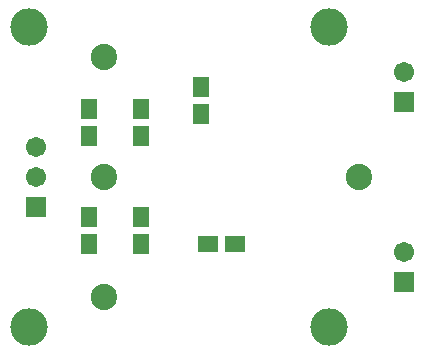
<source format=gbr>
G04 DipTrace 3.3.1.3*
G04 BottomMask.gbr*
%MOIN*%
G04 #@! TF.FileFunction,Soldermask,Bot*
G04 #@! TF.Part,Single*
%ADD33C,0.125*%
%ADD43C,0.08788*%
%ADD51C,0.06725*%
%ADD53R,0.06725X0.06725*%
%ADD55R,0.06788X0.05788*%
%ADD57R,0.05788X0.06788*%
%FSLAX26Y26*%
G04*
G70*
G90*
G75*
G01*
G04 BotMask*
%LPD*%
D57*
X300000Y375000D3*
Y465000D3*
Y737500D3*
Y827500D3*
X475000Y375000D3*
Y465000D3*
Y737500D3*
Y827500D3*
D55*
X787500Y375000D3*
X697500D3*
D57*
X675000Y900000D3*
Y810000D3*
D33*
X1100000Y1100000D3*
Y100000D3*
X100000Y1100000D3*
Y100000D3*
D53*
X125000Y500000D3*
D51*
Y598425D3*
Y698425D3*
D53*
X1350000Y850000D3*
D51*
Y948425D3*
D53*
Y250000D3*
D51*
Y348425D3*
D43*
X350000Y200000D3*
Y600000D3*
Y1000000D3*
X1200000Y600000D3*
M02*

</source>
